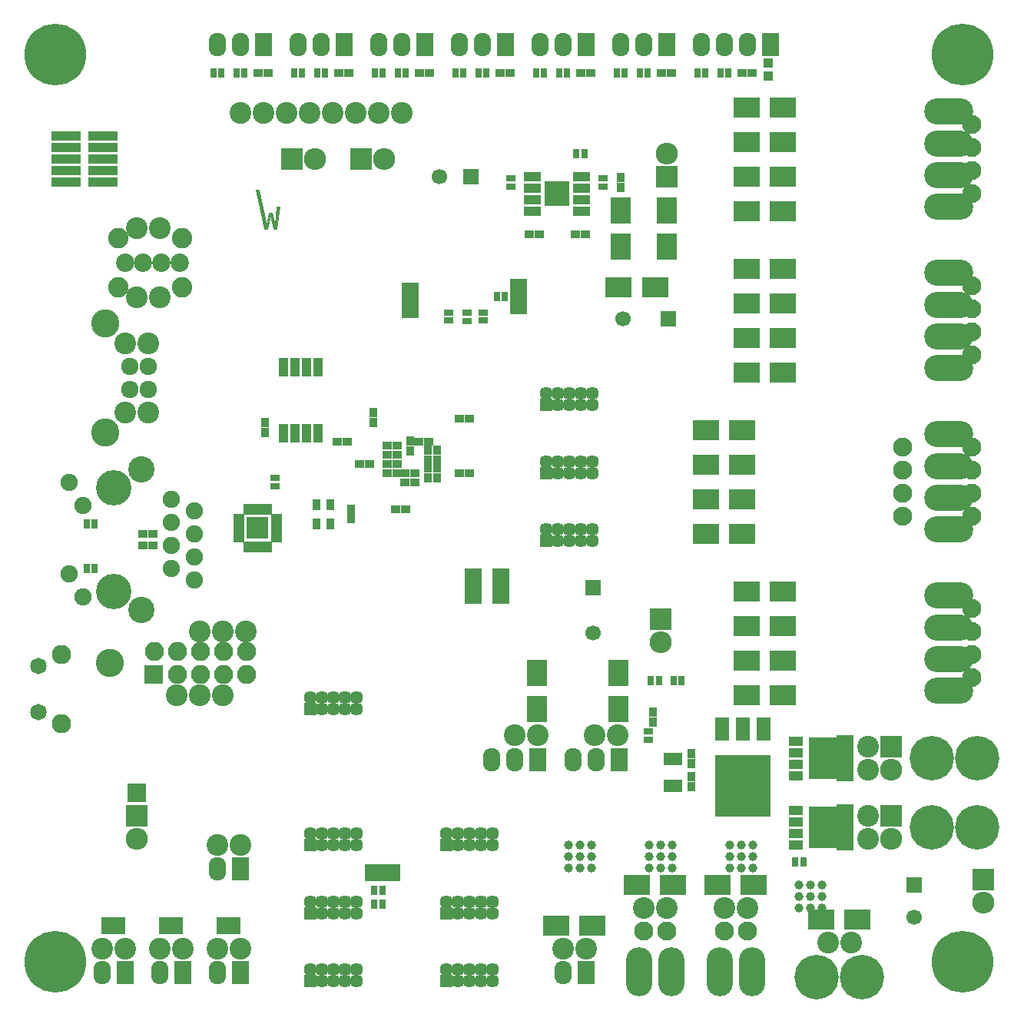
<source format=gbs>
G04 #@! TF.FileFunction,Soldermask,Bot*
%FSLAX46Y46*%
G04 Gerber Fmt 4.6, Leading zero omitted, Abs format (unit mm)*
G04 Created by KiCad (PCBNEW 4.0.7) date 02/13/20 09:13:16*
%MOMM*%
%LPD*%
G01*
G04 APERTURE LIST*
%ADD10C,0.100000*%
%ADD11C,0.002540*%
%ADD12R,0.900000X1.000000*%
%ADD13R,1.000000X0.900000*%
%ADD14C,2.100000*%
%ADD15O,5.400000X2.900000*%
%ADD16R,2.899360X2.200860*%
%ADD17R,2.200860X2.899360*%
%ADD18R,1.400000X1.900000*%
%ADD19R,1.900000X1.400000*%
%ADD20R,0.900000X1.300000*%
%ADD21R,1.924000X2.597100*%
%ADD22O,1.924000X2.597100*%
%ADD23R,2.432000X2.432000*%
%ADD24O,2.432000X2.432000*%
%ADD25C,1.924000*%
%ADD26C,3.100020*%
%ADD27C,2.020000*%
%ADD28C,2.250000*%
%ADD29R,1.450000X1.450000*%
%ADD30C,1.450000*%
%ADD31C,1.000000*%
%ADD32R,0.800000X1.000000*%
%ADD33R,1.000000X0.800000*%
%ADD34R,1.050000X2.100000*%
%ADD35R,1.950000X1.000000*%
%ADD36R,1.575000X1.575000*%
%ADD37R,1.289000X0.654000*%
%ADD38R,0.654000X1.289000*%
%ADD39R,1.162000X1.162000*%
%ADD40R,2.398980X2.398980*%
%ADD41C,2.400000*%
%ADD42C,6.800000*%
%ADD43R,1.700000X1.700000*%
%ADD44C,1.700000*%
%ADD45O,2.900000X5.400000*%
%ADD46R,3.190000X1.140000*%
%ADD47C,4.900000*%
%ADD48R,1.900000X5.100000*%
%ADD49R,3.500000X4.600000*%
%ADD50R,1.550000X1.100000*%
%ADD51R,2.000000X1.400000*%
%ADD52C,2.127200*%
%ADD53C,1.822400*%
%ADD54R,2.100000X2.100000*%
%ADD55O,2.100000X2.100000*%
%ADD56C,3.100000*%
%ADD57R,1.100000X1.000000*%
%ADD58C,3.900000*%
%ADD59C,2.900000*%
%ADD60C,1.900000*%
%ADD61R,1.600000X2.600000*%
%ADD62R,6.200000X6.800000*%
G04 APERTURE END LIST*
D10*
D11*
G36*
X55147636Y-47124067D02*
X54821867Y-47124067D01*
X54585396Y-49128285D01*
X54304277Y-47802062D01*
X53955357Y-47802062D01*
X53670930Y-49131593D01*
X52870014Y-45289622D01*
X52544246Y-45289622D01*
X53477454Y-49592960D01*
X53793300Y-49592960D01*
X54128990Y-48126176D01*
X54463027Y-49592960D01*
X54778873Y-49592960D01*
X55147636Y-47124067D01*
X55147636Y-47124067D01*
G37*
X55147636Y-47124067D02*
X54821867Y-47124067D01*
X54585396Y-49128285D01*
X54304277Y-47802062D01*
X53955357Y-47802062D01*
X53670930Y-49131593D01*
X52870014Y-45289622D01*
X52544246Y-45289622D01*
X53477454Y-49592960D01*
X53793300Y-49592960D01*
X54128990Y-48126176D01*
X54463027Y-49592960D01*
X54778873Y-49592960D01*
X55147636Y-47124067D01*
D12*
X96300000Y-103950000D03*
X96300000Y-102850000D03*
D13*
X66950000Y-75500000D03*
X68050000Y-75500000D03*
D14*
X123825000Y-73660000D03*
X123825000Y-76200000D03*
X131445000Y-78740000D03*
X123825000Y-81280000D03*
X131445000Y-81280000D03*
X123825000Y-78740000D03*
D15*
X128905000Y-82720000D03*
X128905000Y-79220000D03*
D14*
X131445000Y-76200000D03*
X131445000Y-73660000D03*
D15*
X128905000Y-75720000D03*
X128905000Y-72220000D03*
D13*
X52790000Y-32385000D03*
X53890000Y-32385000D03*
X61680000Y-32385000D03*
X62780000Y-32385000D03*
X70570000Y-32385000D03*
X71670000Y-32385000D03*
D12*
X100500000Y-111050000D03*
X100500000Y-109950000D03*
X100500000Y-107450000D03*
X100500000Y-108550000D03*
D13*
X79460000Y-32385000D03*
X80560000Y-32385000D03*
X88350000Y-32385000D03*
X89450000Y-32385000D03*
X97240000Y-32385000D03*
X98340000Y-32385000D03*
X106130000Y-32385000D03*
X107230000Y-32385000D03*
D12*
X53500000Y-72050000D03*
X53500000Y-70950000D03*
X72500000Y-77050000D03*
X72500000Y-75950000D03*
D13*
X70050000Y-76500000D03*
X68950000Y-76500000D03*
X70050000Y-77500000D03*
X68950000Y-77500000D03*
X66950000Y-73500000D03*
X68050000Y-73500000D03*
D12*
X63000000Y-80450000D03*
X63000000Y-81550000D03*
D13*
X67950000Y-80500000D03*
X69050000Y-80500000D03*
X62550000Y-73000000D03*
X61450000Y-73000000D03*
X65050000Y-75500000D03*
X63950000Y-75500000D03*
X71550000Y-73000000D03*
X70450000Y-73000000D03*
D12*
X69500000Y-72950000D03*
X69500000Y-74050000D03*
X65500000Y-70900000D03*
X65500000Y-69800000D03*
D13*
X66950000Y-76500000D03*
X68050000Y-76500000D03*
X66950000Y-74500000D03*
X68050000Y-74500000D03*
X74950000Y-76500000D03*
X76050000Y-76500000D03*
D12*
X71500000Y-77050000D03*
X71500000Y-75950000D03*
X71500000Y-75050000D03*
X71500000Y-73950000D03*
X72500000Y-75050000D03*
X72500000Y-73950000D03*
D13*
X74950000Y-70500000D03*
X76050000Y-70500000D03*
X83735000Y-50165000D03*
X82635000Y-50165000D03*
D12*
X92710000Y-45000000D03*
X92710000Y-43900000D03*
D13*
X88815000Y-50165000D03*
X87715000Y-50165000D03*
X41190000Y-83185000D03*
X40090000Y-83185000D03*
X41190000Y-84455000D03*
X40090000Y-84455000D03*
D16*
X98518980Y-121920000D03*
X94521020Y-121920000D03*
X107408980Y-121920000D03*
X103411020Y-121920000D03*
X89628980Y-126365000D03*
X85631020Y-126365000D03*
X118838980Y-125730000D03*
X114841020Y-125730000D03*
D17*
X92710000Y-47531020D03*
X92710000Y-51528980D03*
D18*
X37439400Y-126365000D03*
X36169400Y-126365000D03*
X43750070Y-126365000D03*
X42480070Y-126365000D03*
X50110230Y-126365000D03*
X48840230Y-126365000D03*
D19*
X76500000Y-87730000D03*
X76500000Y-89000000D03*
X76500000Y-90270000D03*
X81500000Y-55730000D03*
X81500000Y-57000000D03*
X81500000Y-58270000D03*
D18*
X65230000Y-120500000D03*
X66500000Y-120500000D03*
X67770000Y-120500000D03*
D20*
X59200000Y-80000000D03*
X60700000Y-80000000D03*
X59200000Y-82100000D03*
X60700000Y-82100000D03*
D21*
X38100000Y-131521200D03*
D22*
X35560000Y-131521200D03*
D23*
X122555000Y-106680000D03*
D24*
X122555000Y-109220000D03*
D23*
X97100000Y-92600000D03*
D24*
X97100000Y-95140000D03*
D22*
X48260000Y-29286200D03*
D21*
X53340000Y-29286200D03*
D22*
X50800000Y-29286200D03*
D23*
X56515000Y-41910000D03*
D24*
X59055000Y-41910000D03*
D21*
X44450000Y-131521200D03*
D22*
X41910000Y-131521200D03*
X57150000Y-29286200D03*
D21*
X62230000Y-29286200D03*
D22*
X59690000Y-29286200D03*
D23*
X64135000Y-41910000D03*
D24*
X66675000Y-41910000D03*
D21*
X50800000Y-131521200D03*
D22*
X48260000Y-131521200D03*
X66040000Y-29286200D03*
D21*
X71120000Y-29286200D03*
D22*
X68580000Y-29286200D03*
D21*
X88900000Y-131521200D03*
D22*
X86360000Y-131521200D03*
X74930000Y-29286200D03*
D21*
X80010000Y-29286200D03*
D22*
X77470000Y-29286200D03*
D25*
X40640000Y-64770000D03*
X40640000Y-67310000D03*
X38641020Y-67310000D03*
X38641020Y-64770000D03*
D26*
X35941000Y-60040520D03*
X35941000Y-72039480D03*
D22*
X83820000Y-29286200D03*
D21*
X88900000Y-29286200D03*
D22*
X86360000Y-29286200D03*
X92710000Y-29286200D03*
D21*
X97790000Y-29286200D03*
D22*
X95250000Y-29286200D03*
D27*
X38100000Y-53340000D03*
X40100000Y-53340000D03*
X42100000Y-53340000D03*
D28*
X37370000Y-50620000D03*
D27*
X44100000Y-53340000D03*
D28*
X44370000Y-50620000D03*
X37370000Y-56060000D03*
X44370000Y-56060000D03*
D29*
X58500000Y-102500000D03*
D30*
X59770000Y-102500000D03*
X61040000Y-102500000D03*
X62310000Y-102500000D03*
X63580000Y-102500000D03*
X59770000Y-101230000D03*
X61040000Y-101230000D03*
X62310000Y-101230000D03*
X63580000Y-101230000D03*
X58500000Y-101230000D03*
D29*
X73500000Y-132500000D03*
D30*
X74770000Y-132500000D03*
X76040000Y-132500000D03*
X77310000Y-132500000D03*
X78580000Y-132500000D03*
X74770000Y-131230000D03*
X76040000Y-131230000D03*
X77310000Y-131230000D03*
X78580000Y-131230000D03*
X73500000Y-131230000D03*
D23*
X39370000Y-114300000D03*
D24*
X39370000Y-116840000D03*
D29*
X58500000Y-132500000D03*
D30*
X59770000Y-132500000D03*
X61040000Y-132500000D03*
X62310000Y-132500000D03*
X63580000Y-132500000D03*
X59770000Y-131230000D03*
X61040000Y-131230000D03*
X62310000Y-131230000D03*
X63580000Y-131230000D03*
X58500000Y-131230000D03*
D14*
X131445000Y-43180000D03*
X131445000Y-45720000D03*
D15*
X128905000Y-47160000D03*
X128905000Y-43660000D03*
D14*
X131445000Y-40640000D03*
X131445000Y-38100000D03*
D15*
X128905000Y-40160000D03*
X128905000Y-36660000D03*
D14*
X131445000Y-60960000D03*
X131445000Y-63500000D03*
D15*
X128905000Y-64940000D03*
X128905000Y-61440000D03*
D14*
X131445000Y-58420000D03*
X131445000Y-55880000D03*
D15*
X128905000Y-57940000D03*
X128905000Y-54440000D03*
D14*
X131445000Y-96520000D03*
X131445000Y-99060000D03*
D15*
X128905000Y-100500000D03*
X128905000Y-97000000D03*
D14*
X131445000Y-93980000D03*
X131445000Y-91440000D03*
D15*
X128905000Y-93500000D03*
X128905000Y-90000000D03*
D29*
X73500000Y-125000000D03*
D30*
X74770000Y-125000000D03*
X76040000Y-125000000D03*
X77310000Y-125000000D03*
X78580000Y-125000000D03*
X74770000Y-123730000D03*
X76040000Y-123730000D03*
X77310000Y-123730000D03*
X78580000Y-123730000D03*
X73500000Y-123730000D03*
D29*
X58500000Y-125000000D03*
D30*
X59770000Y-125000000D03*
X61040000Y-125000000D03*
X62310000Y-125000000D03*
X63580000Y-125000000D03*
X59770000Y-123730000D03*
X61040000Y-123730000D03*
X62310000Y-123730000D03*
X63580000Y-123730000D03*
X58500000Y-123730000D03*
D29*
X73500000Y-117500000D03*
D30*
X74770000Y-117500000D03*
X76040000Y-117500000D03*
X77310000Y-117500000D03*
X78580000Y-117500000D03*
X74770000Y-116230000D03*
X76040000Y-116230000D03*
X77310000Y-116230000D03*
X78580000Y-116230000D03*
X73500000Y-116230000D03*
D31*
X98425000Y-117475000D03*
X97155000Y-117475000D03*
X95885000Y-117475000D03*
X98425000Y-118745000D03*
X97155000Y-118745000D03*
X95885000Y-118745000D03*
X98425000Y-120015000D03*
X97155000Y-120015000D03*
X95885000Y-120015000D03*
X107315000Y-117475000D03*
X106045000Y-117475000D03*
X104775000Y-117475000D03*
X107315000Y-118745000D03*
X106045000Y-118745000D03*
X104775000Y-118745000D03*
X107315000Y-120015000D03*
X106045000Y-120015000D03*
X104775000Y-120015000D03*
X114935000Y-121920000D03*
X113665000Y-121920000D03*
X112395000Y-121920000D03*
X114935000Y-123190000D03*
X113665000Y-123190000D03*
X112395000Y-123190000D03*
X114935000Y-124460000D03*
X113665000Y-124460000D03*
X112395000Y-124460000D03*
D32*
X48710000Y-32385000D03*
X47810000Y-32385000D03*
X51250000Y-32385000D03*
X50350000Y-32385000D03*
X57600000Y-32385000D03*
X56700000Y-32385000D03*
X60140000Y-32385000D03*
X59240000Y-32385000D03*
D33*
X75750000Y-59750000D03*
X75750000Y-58850000D03*
X73750000Y-59700000D03*
X73750000Y-58800000D03*
D32*
X66490000Y-32385000D03*
X65590000Y-32385000D03*
X69030000Y-32385000D03*
X68130000Y-32385000D03*
X75380000Y-32385000D03*
X74480000Y-32385000D03*
X77920000Y-32385000D03*
X77020000Y-32385000D03*
D33*
X77600000Y-59700000D03*
X77600000Y-58800000D03*
D32*
X84270000Y-32385000D03*
X83370000Y-32385000D03*
X86810000Y-32385000D03*
X85910000Y-32385000D03*
D33*
X95800000Y-104950000D03*
X95800000Y-105850000D03*
D32*
X93160000Y-32385000D03*
X92260000Y-32385000D03*
X98550000Y-99400000D03*
X99450000Y-99400000D03*
X95700000Y-32385000D03*
X94800000Y-32385000D03*
X112845000Y-119380000D03*
X111945000Y-119380000D03*
X102050000Y-32385000D03*
X101150000Y-32385000D03*
X104590000Y-32385000D03*
X103690000Y-32385000D03*
X79050000Y-57000000D03*
X79950000Y-57000000D03*
X66450000Y-122500000D03*
X65550000Y-122500000D03*
X66450000Y-124000000D03*
X65550000Y-124000000D03*
D33*
X90805000Y-44000000D03*
X90805000Y-44900000D03*
X80645000Y-44900000D03*
X80645000Y-44000000D03*
D32*
X88715000Y-41275000D03*
X87815000Y-41275000D03*
X34750000Y-82100000D03*
X33850000Y-82100000D03*
X34740000Y-86995000D03*
X33840000Y-86995000D03*
D33*
X54610000Y-77020000D03*
X54610000Y-77920000D03*
D34*
X55595000Y-64850000D03*
X56865000Y-64850000D03*
X58135000Y-64850000D03*
X59405000Y-64850000D03*
X59405000Y-72150000D03*
X58135000Y-72150000D03*
X56865000Y-72150000D03*
X55595000Y-72150000D03*
D35*
X83025000Y-47625000D03*
X83025000Y-46355000D03*
X83025000Y-45085000D03*
X83025000Y-43815000D03*
X88425000Y-43815000D03*
X88425000Y-45085000D03*
X88425000Y-46355000D03*
X88425000Y-47625000D03*
D36*
X86312500Y-45132500D03*
X86312500Y-46307500D03*
X85137500Y-45132500D03*
X85137500Y-46307500D03*
D37*
X50609500Y-83802220D03*
D38*
X51452780Y-80454500D03*
D37*
X54800500Y-81297780D03*
D38*
X53957220Y-84645500D03*
D37*
X50609500Y-83301840D03*
D38*
X51953160Y-80454500D03*
D37*
X54800500Y-81798160D03*
D38*
X53456840Y-84645500D03*
D37*
X50609500Y-82801460D03*
D38*
X52453540Y-80454500D03*
D37*
X54800500Y-82298540D03*
D38*
X52956460Y-84645500D03*
D37*
X50609500Y-82301080D03*
D38*
X52953920Y-80454500D03*
D37*
X54800500Y-82798920D03*
D38*
X52456080Y-84645500D03*
D37*
X50609500Y-81800700D03*
D38*
X53454300Y-80454500D03*
D37*
X54800500Y-83299300D03*
D38*
X51955700Y-84645500D03*
D37*
X50609500Y-81300320D03*
D38*
X53954680Y-80454500D03*
D37*
X54800500Y-83799680D03*
D38*
X51455320Y-84645500D03*
D39*
X53205380Y-83050380D03*
X52204620Y-83050380D03*
X52204620Y-82049620D03*
X53205380Y-82049620D03*
D40*
X52705000Y-82550000D03*
D41*
X120015000Y-106680000D03*
X38100000Y-128905000D03*
X83550000Y-105410000D03*
X92400000Y-105410000D03*
X120015000Y-109220000D03*
X35560000Y-128905000D03*
X53340000Y-36830000D03*
X81010000Y-105410000D03*
X89860000Y-105410000D03*
X44450000Y-128905000D03*
X97790000Y-124460000D03*
X106680000Y-124460000D03*
X120015000Y-114300000D03*
X55880000Y-36830000D03*
X41910000Y-128905000D03*
X95250000Y-124460000D03*
X104140000Y-124460000D03*
X50800000Y-128905000D03*
X120015000Y-116840000D03*
X58420000Y-36830000D03*
X48260000Y-128905000D03*
X88900000Y-128905000D03*
X86360000Y-128905000D03*
X60960000Y-36830000D03*
X40640000Y-69850000D03*
X38100000Y-62230000D03*
X40640000Y-62230000D03*
X38100000Y-69850000D03*
X63500000Y-36830000D03*
X66040000Y-36830000D03*
X39370000Y-57150000D03*
X41910000Y-49530000D03*
X39370000Y-49530000D03*
X41910000Y-57150000D03*
X68580000Y-36830000D03*
X50800000Y-36830000D03*
D42*
X30400000Y-30400000D03*
X130400000Y-30400000D03*
X30400000Y-130400000D03*
X130400000Y-130400000D03*
D41*
X46355000Y-100965000D03*
X43815000Y-100965000D03*
X48895000Y-100965000D03*
X46355000Y-93980000D03*
X48895000Y-93980000D03*
X51435000Y-93980000D03*
D16*
X110583980Y-47625000D03*
X106586020Y-47625000D03*
X110583980Y-43815000D03*
X106586020Y-43815000D03*
X110583980Y-40005000D03*
X106586020Y-40005000D03*
X110583980Y-36195000D03*
X106586020Y-36195000D03*
X110583980Y-65405000D03*
X106586020Y-65405000D03*
X110583980Y-61595000D03*
X106586020Y-61595000D03*
X110583980Y-57785000D03*
X106586020Y-57785000D03*
X110583980Y-53975000D03*
X106586020Y-53975000D03*
X106138980Y-83185000D03*
X102141020Y-83185000D03*
X106138980Y-79375000D03*
X102141020Y-79375000D03*
X106138980Y-75565000D03*
X102141020Y-75565000D03*
X106138980Y-71755000D03*
X102141020Y-71755000D03*
X110583980Y-100965000D03*
X106586020Y-100965000D03*
X110583980Y-97155000D03*
X106586020Y-97155000D03*
X110583980Y-93345000D03*
X106586020Y-93345000D03*
X110583980Y-89535000D03*
X106586020Y-89535000D03*
D17*
X83500000Y-102498980D03*
X83500000Y-98501020D03*
X92500000Y-102498980D03*
X92500000Y-98501020D03*
D43*
X98000000Y-59500000D03*
D44*
X93000000Y-59500000D03*
X72700000Y-43815000D03*
D43*
X76200000Y-43815000D03*
X89700000Y-89100000D03*
D44*
X89700000Y-94100000D03*
D14*
X97790000Y-127000000D03*
X95250000Y-127000000D03*
D45*
X98270000Y-131445000D03*
X94770000Y-131445000D03*
D14*
X106680000Y-127000000D03*
X104140000Y-127000000D03*
D45*
X107160000Y-131445000D03*
X103660000Y-131445000D03*
D46*
X31623000Y-43180000D03*
X35687000Y-43180000D03*
X31623000Y-41910000D03*
X35687000Y-41910000D03*
X35687000Y-39370000D03*
X31623000Y-39370000D03*
X35687000Y-40640000D03*
X31623000Y-40640000D03*
X31623000Y-44450000D03*
X35687000Y-44450000D03*
D29*
X58500000Y-117500000D03*
D30*
X59770000Y-117500000D03*
X61040000Y-117500000D03*
X62310000Y-117500000D03*
X63580000Y-117500000D03*
X59770000Y-116230000D03*
X61040000Y-116230000D03*
X62310000Y-116230000D03*
X63580000Y-116230000D03*
X58500000Y-116230000D03*
D41*
X118110000Y-128270000D03*
X115570000Y-128270000D03*
D23*
X122555000Y-114300000D03*
D24*
X122555000Y-116840000D03*
D47*
X127040000Y-107950000D03*
X132040000Y-107950000D03*
X127040000Y-115570000D03*
X132040000Y-115570000D03*
X114340000Y-132080000D03*
X119340000Y-132080000D03*
D32*
X96050000Y-99400000D03*
X96950000Y-99400000D03*
D31*
X89535000Y-117475000D03*
X88265000Y-117475000D03*
X86995000Y-117475000D03*
X89535000Y-118745000D03*
X88265000Y-118745000D03*
X86995000Y-118745000D03*
X89535000Y-120015000D03*
X88265000Y-120015000D03*
X86995000Y-120015000D03*
D48*
X117475000Y-107950000D03*
D49*
X115175000Y-107950000D03*
D50*
X112000000Y-109850000D03*
X112000000Y-108580000D03*
X112000000Y-107310000D03*
X112000000Y-106040000D03*
D31*
X114300000Y-109220000D03*
X114300000Y-107950000D03*
X114300000Y-106680000D03*
X115570000Y-109220000D03*
X115570000Y-107950000D03*
X115570000Y-106680000D03*
X116840000Y-109220000D03*
X116840000Y-107950000D03*
X116840000Y-106680000D03*
D48*
X117475000Y-115570000D03*
D49*
X115175000Y-115570000D03*
D50*
X112000000Y-117470000D03*
X112000000Y-116200000D03*
X112000000Y-114930000D03*
X112000000Y-113660000D03*
D31*
X114300000Y-116840000D03*
X114300000Y-115570000D03*
X114300000Y-114300000D03*
X115570000Y-116840000D03*
X115570000Y-115570000D03*
X115570000Y-114300000D03*
X116840000Y-116840000D03*
X116840000Y-115570000D03*
X116840000Y-114300000D03*
D17*
X97790000Y-51528980D03*
X97790000Y-47531020D03*
D23*
X97790000Y-43815000D03*
D24*
X97790000Y-41275000D03*
D23*
X132715000Y-121285000D03*
D24*
X132715000Y-123825000D03*
D44*
X125095000Y-125420000D03*
D43*
X125095000Y-121920000D03*
D51*
X98500000Y-111000000D03*
X98500000Y-108000000D03*
D21*
X50800000Y-120091200D03*
D22*
X48260000Y-120091200D03*
D41*
X50800000Y-117475000D03*
X48260000Y-117475000D03*
D19*
X69500000Y-56230000D03*
X69500000Y-57500000D03*
X69500000Y-58770000D03*
X79500000Y-87730000D03*
X79500000Y-89000000D03*
X79500000Y-90270000D03*
D52*
X31115000Y-104140000D03*
X31115000Y-96520000D03*
D53*
X28575000Y-97790000D03*
X28575000Y-102870000D03*
D54*
X41270000Y-98670000D03*
D55*
X41300000Y-96160000D03*
X43840000Y-98700000D03*
X43840000Y-96160000D03*
X46380000Y-98700000D03*
X46380000Y-96160000D03*
X48920000Y-98700000D03*
X48920000Y-96160000D03*
X51460000Y-98700000D03*
X51460000Y-96160000D03*
D56*
X36400000Y-97400000D03*
D22*
X78460000Y-108076200D03*
D21*
X83540000Y-108076200D03*
D22*
X81000000Y-108076200D03*
X87460000Y-108076200D03*
D21*
X92540000Y-108076200D03*
D22*
X90000000Y-108076200D03*
D57*
X109000000Y-32700000D03*
X109000000Y-31300000D03*
D54*
X39370000Y-111760000D03*
D22*
X101600000Y-29286200D03*
X104140000Y-29286200D03*
D21*
X109220000Y-29286200D03*
D22*
X106680000Y-29286200D03*
D16*
X92501020Y-56000000D03*
X96498980Y-56000000D03*
D29*
X84500000Y-69000000D03*
D30*
X85770000Y-69000000D03*
X87040000Y-69000000D03*
X88310000Y-69000000D03*
X89580000Y-69000000D03*
X85770000Y-67730000D03*
X87040000Y-67730000D03*
X88310000Y-67730000D03*
X89580000Y-67730000D03*
X84500000Y-67730000D03*
D29*
X84500000Y-76500000D03*
D30*
X85770000Y-76500000D03*
X87040000Y-76500000D03*
X88310000Y-76500000D03*
X89580000Y-76500000D03*
X85770000Y-75230000D03*
X87040000Y-75230000D03*
X88310000Y-75230000D03*
X89580000Y-75230000D03*
X84500000Y-75230000D03*
D29*
X84500000Y-84000000D03*
D30*
X85770000Y-84000000D03*
X87040000Y-84000000D03*
X88310000Y-84000000D03*
X89580000Y-84000000D03*
X85770000Y-82730000D03*
X87040000Y-82730000D03*
X88310000Y-82730000D03*
X89580000Y-82730000D03*
X84500000Y-82730000D03*
D58*
X36830000Y-89535000D03*
X36830000Y-78105000D03*
D59*
X39880000Y-91565000D03*
X39880000Y-76075000D03*
D60*
X33450000Y-90155000D03*
X31930000Y-77505000D03*
X31930000Y-87615000D03*
X33450000Y-80045000D03*
X45720000Y-83185000D03*
X45720000Y-80645000D03*
X45720000Y-85725000D03*
X45720000Y-88265000D03*
X43180000Y-84455000D03*
X43180000Y-86995000D03*
X43180000Y-81915000D03*
X43180000Y-79375000D03*
D61*
X103920000Y-104700000D03*
X106200000Y-104700000D03*
X108480000Y-104700000D03*
D62*
X106200000Y-111000000D03*
M02*

</source>
